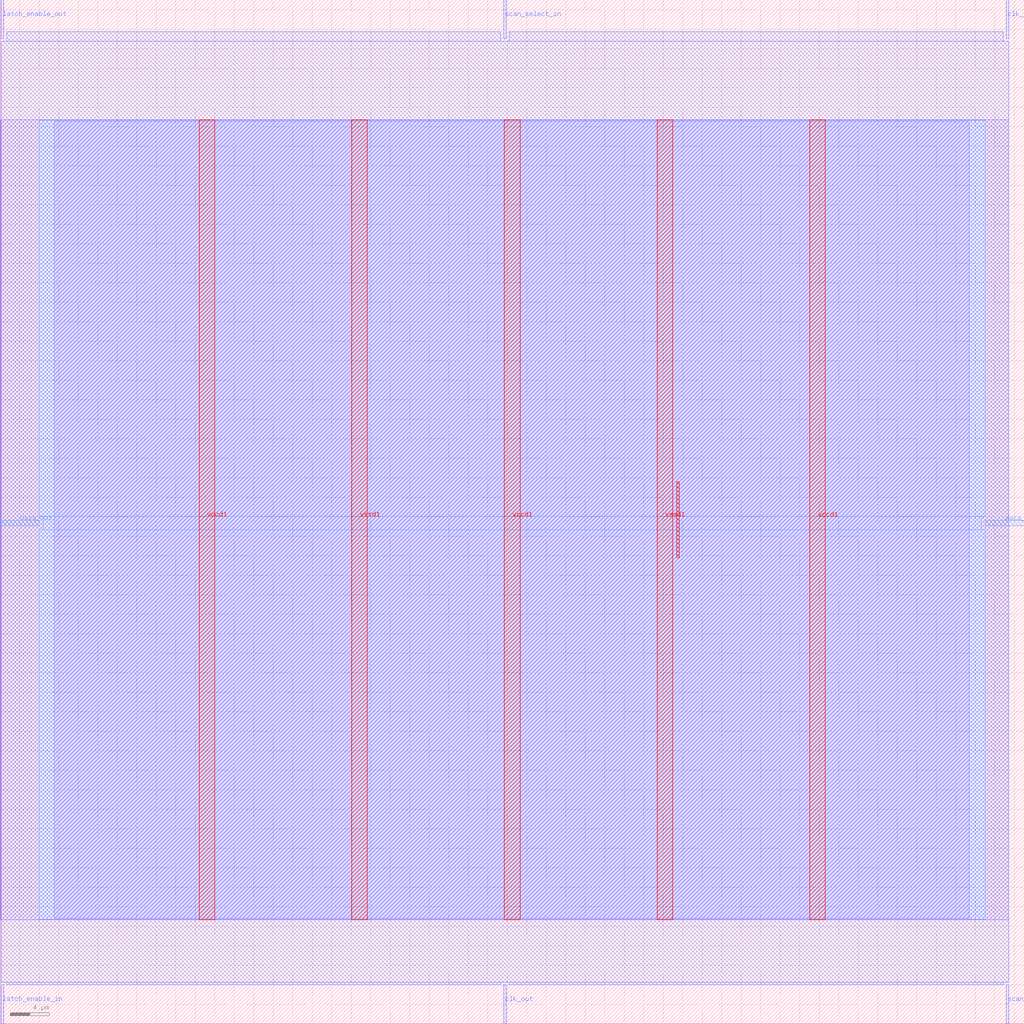
<source format=lef>
VERSION 5.7 ;
  NOWIREEXTENSIONATPIN ON ;
  DIVIDERCHAR "/" ;
  BUSBITCHARS "[]" ;
MACRO scan_wrapper_341710255833481812
  CLASS BLOCK ;
  FOREIGN scan_wrapper_341710255833481812 ;
  ORIGIN 0.000 0.000 ;
  SIZE 105.000 BY 105.000 ;
  PIN clk_in
    DIRECTION INPUT ;
    USE SIGNAL ;
    PORT
      LAYER met2 ;
        RECT 103.130 101.000 103.410 105.000 ;
    END
  END clk_in
  PIN clk_out
    DIRECTION OUTPUT TRISTATE ;
    USE SIGNAL ;
    PORT
      LAYER met2 ;
        RECT 51.610 0.000 51.890 4.000 ;
    END
  END clk_out
  PIN data_in
    DIRECTION INPUT ;
    USE SIGNAL ;
    PORT
      LAYER met3 ;
        RECT 101.000 51.040 105.000 51.640 ;
    END
  END data_in
  PIN data_out
    DIRECTION OUTPUT TRISTATE ;
    USE SIGNAL ;
    PORT
      LAYER met3 ;
        RECT 0.000 51.040 4.000 51.640 ;
    END
  END data_out
  PIN latch_enable_in
    DIRECTION INPUT ;
    USE SIGNAL ;
    PORT
      LAYER met2 ;
        RECT 0.090 0.000 0.370 4.000 ;
    END
  END latch_enable_in
  PIN latch_enable_out
    DIRECTION OUTPUT TRISTATE ;
    USE SIGNAL ;
    PORT
      LAYER met2 ;
        RECT 0.090 101.000 0.370 105.000 ;
    END
  END latch_enable_out
  PIN scan_select_in
    DIRECTION INPUT ;
    USE SIGNAL ;
    PORT
      LAYER met2 ;
        RECT 51.610 101.000 51.890 105.000 ;
    END
  END scan_select_in
  PIN scan_select_out
    DIRECTION OUTPUT TRISTATE ;
    USE SIGNAL ;
    PORT
      LAYER met2 ;
        RECT 103.130 0.000 103.410 4.000 ;
    END
  END scan_select_out
  PIN vccd1
    DIRECTION INPUT ;
    USE POWER ;
    PORT
      LAYER met4 ;
        RECT 20.380 10.640 21.980 92.720 ;
    END
    PORT
      LAYER met4 ;
        RECT 51.700 10.640 53.300 92.720 ;
    END
    PORT
      LAYER met4 ;
        RECT 83.020 10.640 84.620 92.720 ;
    END
  END vccd1
  PIN vssd1
    DIRECTION INPUT ;
    USE GROUND ;
    PORT
      LAYER met4 ;
        RECT 36.040 10.640 37.640 92.720 ;
    END
    PORT
      LAYER met4 ;
        RECT 67.360 10.640 68.960 92.720 ;
    END
  END vssd1
  OBS
      LAYER li1 ;
        RECT 5.520 10.795 99.360 92.565 ;
      LAYER met1 ;
        RECT 0.070 10.640 103.430 92.720 ;
      LAYER met2 ;
        RECT 0.650 100.720 51.330 101.730 ;
        RECT 52.170 100.720 102.850 101.730 ;
        RECT 0.100 4.280 103.400 100.720 ;
        RECT 0.650 4.000 51.330 4.280 ;
        RECT 52.170 4.000 102.850 4.280 ;
      LAYER met3 ;
        RECT 4.000 52.040 101.000 92.645 ;
        RECT 4.400 50.640 100.600 52.040 ;
        RECT 4.000 10.715 101.000 50.640 ;
      LAYER met4 ;
        RECT 69.360 47.775 69.625 55.585 ;
  END
END scan_wrapper_341710255833481812
END LIBRARY


</source>
